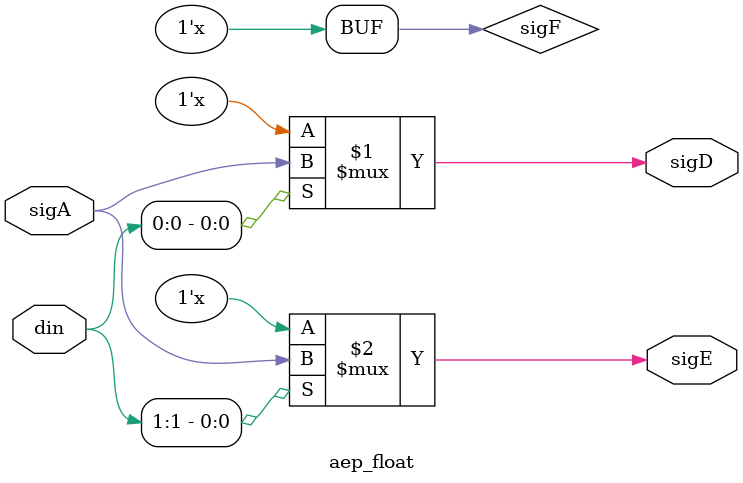
<source format=v>
module aep_float (input [1:0] din,
                  input sigA,
                  output wire sigD,
                  output wire sigE);
   wire                  sigF;
   assign                sigF = 1'bz;
   assign sigD = din[0]? sigA:1'bz;
   assign sigE = din[1]? sigA:sigF;
endmodule

</source>
